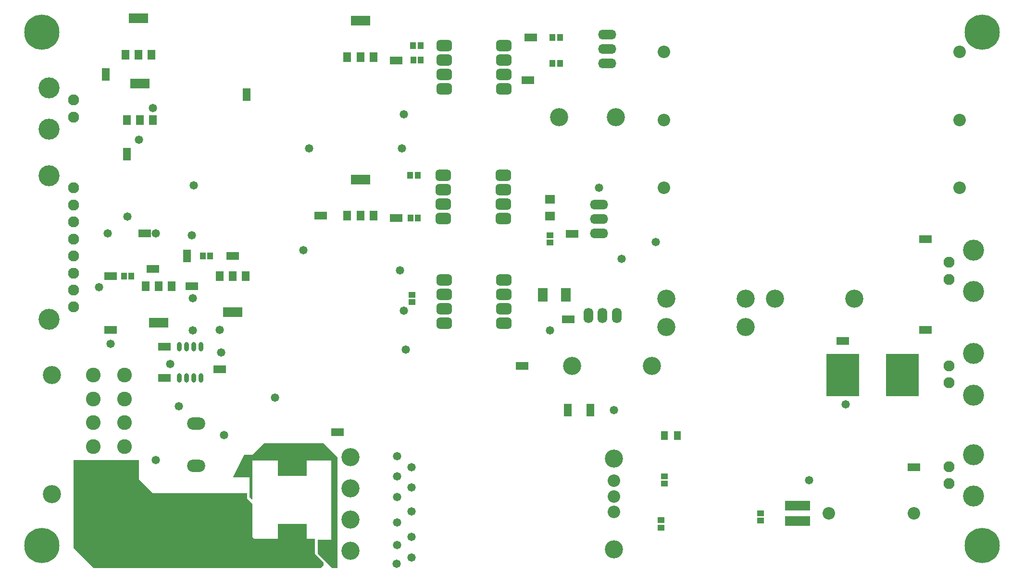
<source format=gts>
G04*
G04 #@! TF.GenerationSoftware,Altium Limited,Altium Designer,18.1.9 (240)*
G04*
G04 Layer_Color=8388736*
%FSLAX44Y44*%
%MOMM*%
G71*
G01*
G75*
%ADD34R,2.2532X1.3532*%
%ADD35R,1.3532X2.2532*%
%ADD36R,1.1532X1.0532*%
%ADD37R,4.5032X1.8032*%
%ADD38R,1.0532X1.1532*%
%ADD39R,5.2032X2.7032*%
G04:AMPARAMS|DCode=40|XSize=2.7232mm|YSize=1.9532mm|CornerRadius=0.5391mm|HoleSize=0mm|Usage=FLASHONLY|Rotation=180.000|XOffset=0mm|YOffset=0mm|HoleType=Round|Shape=RoundedRectangle|*
%AMROUNDEDRECTD40*
21,1,2.7232,0.8750,0,0,180.0*
21,1,1.6450,1.9532,0,0,180.0*
1,1,1.0782,-0.8225,0.4375*
1,1,1.0782,0.8225,0.4375*
1,1,1.0782,0.8225,-0.4375*
1,1,1.0782,-0.8225,-0.4375*
%
%ADD40ROUNDEDRECTD40*%
%ADD41R,3.5032X1.7032*%
%ADD42R,1.4032X1.7032*%
%ADD43R,1.6532X1.5532*%
%ADD44R,1.3032X1.5032*%
%ADD45O,0.8032X1.6532*%
%ADD46R,5.8032X7.4332*%
%ADD47R,1.8032X2.4032*%
%ADD48C,2.2032*%
%ADD49C,3.2032*%
%ADD50C,1.9532*%
%ADD51C,3.7032*%
%ADD52C,2.6032*%
%ADD53O,1.7032X2.7032*%
%ADD54O,3.2032X1.7032*%
%ADD55O,3.2032X2.2032*%
%ADD56C,1.4732*%
%ADD57C,6.2032*%
G36*
X570000Y205000D02*
Y10000D01*
X560000D01*
X535000Y35000D01*
Y60000D01*
X558970D01*
X558970Y199395D01*
X420000D01*
X420000Y131659D01*
X418827Y131173D01*
X415000Y135000D01*
Y170000D01*
X386958Y170000D01*
X386290Y171080D01*
X405750Y210000D01*
X420000Y210000D01*
X440000Y230000D01*
X545000D01*
X570000Y205000D01*
D02*
G37*
G36*
X220000Y166654D02*
X244389Y142265D01*
X410675D01*
X410902Y132735D01*
X420000Y123003D01*
X420000Y65000D01*
X423175Y61825D01*
X530000Y61825D01*
X530000Y35000D01*
X535000Y30000D01*
X545000Y20000D01*
Y15000D01*
X540000Y10000D01*
X140000D01*
X105000Y45000D01*
Y90000D01*
Y200000D01*
X220000D01*
Y166654D01*
D02*
G37*
D34*
X362000Y360000D02*
D03*
X265000Y345410D02*
D03*
X1605530Y590000D02*
D03*
X910000Y945000D02*
D03*
X385000Y560000D02*
D03*
X245000Y537234D02*
D03*
X312997Y506695D02*
D03*
X672950Y905000D02*
D03*
X905000Y870000D02*
D03*
X672950Y627290D02*
D03*
X983300Y598750D02*
D03*
X975900Y448500D02*
D03*
X895000Y366500D02*
D03*
X265000Y399910D02*
D03*
X230000Y600000D02*
D03*
X170000Y525000D02*
D03*
X540000Y631000D02*
D03*
X1460000Y410000D02*
D03*
X1605000Y430000D02*
D03*
X1585000Y187977D02*
D03*
X140000Y73750D02*
D03*
X570000Y249400D02*
D03*
X170000Y430000D02*
D03*
D35*
X975000Y288750D02*
D03*
X1015000Y288754D02*
D03*
X199000Y740000D02*
D03*
X305000Y560000D02*
D03*
X161500Y880000D02*
D03*
X410000Y845000D02*
D03*
D36*
X1315000Y93500D02*
D03*
Y106500D02*
D03*
X700840Y478500D02*
D03*
Y491500D02*
D03*
X1139190Y81130D02*
D03*
Y94130D02*
D03*
X1145540Y158600D02*
D03*
Y171600D02*
D03*
X944400Y596500D02*
D03*
Y583500D02*
D03*
D37*
X1380000Y120000D02*
D03*
Y93000D02*
D03*
D38*
X702840Y931030D02*
D03*
X715840D02*
D03*
X193850Y525000D02*
D03*
X206850D02*
D03*
X948500Y945000D02*
D03*
X961500D02*
D03*
X345590Y560000D02*
D03*
X332590D02*
D03*
X716500Y905300D02*
D03*
X703500D02*
D03*
X961500Y899600D02*
D03*
X948500D02*
D03*
X698500Y627290D02*
D03*
X711500D02*
D03*
X697950Y702220D02*
D03*
X710950D02*
D03*
D39*
X490000Y73750D02*
D03*
Y186250D02*
D03*
D40*
X862600Y441900D02*
D03*
Y467300D02*
D03*
Y492700D02*
D03*
Y518100D02*
D03*
X757400D02*
D03*
Y492700D02*
D03*
Y467300D02*
D03*
Y441900D02*
D03*
X756390Y702360D02*
D03*
Y676960D02*
D03*
Y651560D02*
D03*
Y626160D02*
D03*
X861590D02*
D03*
Y651560D02*
D03*
Y676960D02*
D03*
Y702360D02*
D03*
X862600Y930700D02*
D03*
Y905300D02*
D03*
Y879900D02*
D03*
Y854500D02*
D03*
X757400D02*
D03*
Y879900D02*
D03*
Y905300D02*
D03*
Y930700D02*
D03*
D41*
X219500Y979000D02*
D03*
X222000Y864000D02*
D03*
X385000Y461000D02*
D03*
X255000Y442695D02*
D03*
X610000Y695000D02*
D03*
Y975000D02*
D03*
D42*
X242500Y915000D02*
D03*
X219500D02*
D03*
X196500D02*
D03*
X245000Y800000D02*
D03*
X222000D02*
D03*
X199000D02*
D03*
X362000Y525000D02*
D03*
X385000D02*
D03*
X408000D02*
D03*
X232000Y506695D02*
D03*
X255000D02*
D03*
X278000D02*
D03*
X587000Y631000D02*
D03*
X610000D02*
D03*
X633000D02*
D03*
X587000Y911000D02*
D03*
X610000D02*
D03*
X633000D02*
D03*
D43*
X944400Y630250D02*
D03*
Y659750D02*
D03*
D44*
X1145540Y243840D02*
D03*
X1168540D02*
D03*
D45*
X329430Y399910D02*
D03*
X316730D02*
D03*
X304030D02*
D03*
X291330D02*
D03*
X329430Y345410D02*
D03*
X316730D02*
D03*
X304030D02*
D03*
X291330D02*
D03*
D46*
X1565000Y350000D02*
D03*
X1460000D02*
D03*
D47*
X972058Y491160D02*
D03*
X931058D02*
D03*
D48*
X1435000Y106500D02*
D03*
X1585000D02*
D03*
X1145000Y920000D02*
D03*
X1665000D02*
D03*
Y800000D02*
D03*
X1145000D02*
D03*
Y680000D02*
D03*
X1665000D02*
D03*
X1056300Y163800D02*
D03*
Y136300D02*
D03*
Y108700D02*
D03*
D49*
X1123300Y366500D02*
D03*
X983300D02*
D03*
X1288560Y435000D02*
D03*
X1148560D02*
D03*
X1480000Y485000D02*
D03*
X1340000D02*
D03*
X1148560D02*
D03*
X1288560D02*
D03*
X592500Y205000D02*
D03*
Y150000D02*
D03*
Y95000D02*
D03*
Y40000D02*
D03*
X1056300Y202500D02*
D03*
Y42500D02*
D03*
X960000Y805000D02*
D03*
X1060000D02*
D03*
X67000Y350000D02*
D03*
Y140000D02*
D03*
D50*
X105000Y805000D02*
D03*
Y835000D02*
D03*
Y680000D02*
D03*
Y650000D02*
D03*
Y620000D02*
D03*
Y590000D02*
D03*
Y560000D02*
D03*
Y530000D02*
D03*
Y500000D02*
D03*
Y470000D02*
D03*
X1646800Y548730D02*
D03*
Y518730D02*
D03*
Y366500D02*
D03*
Y336500D02*
D03*
Y188500D02*
D03*
Y158500D02*
D03*
D51*
X61800Y856500D02*
D03*
Y783500D02*
D03*
Y448500D02*
D03*
Y701500D02*
D03*
X1690000Y497230D02*
D03*
Y570230D02*
D03*
Y315000D02*
D03*
Y388000D02*
D03*
Y137000D02*
D03*
Y210000D02*
D03*
D52*
X195000Y266000D02*
D03*
Y224000D02*
D03*
Y182000D02*
D03*
Y140000D02*
D03*
Y308000D02*
D03*
X140000D02*
D03*
Y266000D02*
D03*
Y224000D02*
D03*
Y182000D02*
D03*
Y140000D02*
D03*
Y350000D02*
D03*
X195000D02*
D03*
D53*
X1036500Y455000D02*
D03*
X1011500D02*
D03*
X1061500D02*
D03*
D54*
X1030000Y650400D02*
D03*
Y625000D02*
D03*
Y599600D02*
D03*
X1045000Y899600D02*
D03*
Y925000D02*
D03*
Y950400D02*
D03*
D55*
X321270Y265000D02*
D03*
Y190000D02*
D03*
D56*
X315026Y485651D02*
D03*
X170000Y405000D02*
D03*
X150000Y505000D02*
D03*
X214951Y52463D02*
D03*
X253681D02*
D03*
Y27537D02*
D03*
X214951D02*
D03*
X253681Y110000D02*
D03*
X291181D02*
D03*
X330020D02*
D03*
X401181D02*
D03*
X367500D02*
D03*
Y80000D02*
D03*
X401181D02*
D03*
X330020D02*
D03*
X214951D02*
D03*
X291181D02*
D03*
X253681D02*
D03*
X440000Y27537D02*
D03*
X477500D02*
D03*
X401270D02*
D03*
X291270D02*
D03*
X367500D02*
D03*
X330000D02*
D03*
Y52463D02*
D03*
X367500D02*
D03*
X291270D02*
D03*
X401270D02*
D03*
X477500Y47979D02*
D03*
X440000Y52463D02*
D03*
X1400000Y165101D02*
D03*
X275000Y369540D02*
D03*
X683325Y750000D02*
D03*
X312997Y596500D02*
D03*
X316730Y685000D02*
D03*
X510000Y570230D02*
D03*
X520000Y750000D02*
D03*
X686500Y810000D02*
D03*
X250000Y200000D02*
D03*
X460000Y310000D02*
D03*
X370000Y244204D02*
D03*
X690000Y395000D02*
D03*
X680000Y534530D02*
D03*
X686500Y463300D02*
D03*
X362586Y430000D02*
D03*
X365000Y390011D02*
D03*
X700000Y187977D02*
D03*
Y152185D02*
D03*
Y110000D02*
D03*
Y65000D02*
D03*
Y28695D02*
D03*
X673500Y17088D02*
D03*
X675000Y50094D02*
D03*
Y90000D02*
D03*
Y135000D02*
D03*
Y171600D02*
D03*
Y207185D02*
D03*
X250000Y600000D02*
D03*
X165000Y599600D02*
D03*
X290000Y295000D02*
D03*
X220000Y765000D02*
D03*
X315026Y429346D02*
D03*
X200000Y630000D02*
D03*
X245000Y821000D02*
D03*
X1465000Y298930D02*
D03*
X944400Y428930D02*
D03*
X1056640Y288750D02*
D03*
X1070000Y555000D02*
D03*
X1130440Y585000D02*
D03*
X1030000Y680000D02*
D03*
D57*
X1705000Y50000D02*
D03*
Y955000D02*
D03*
X49375D02*
D03*
Y50000D02*
D03*
M02*

</source>
